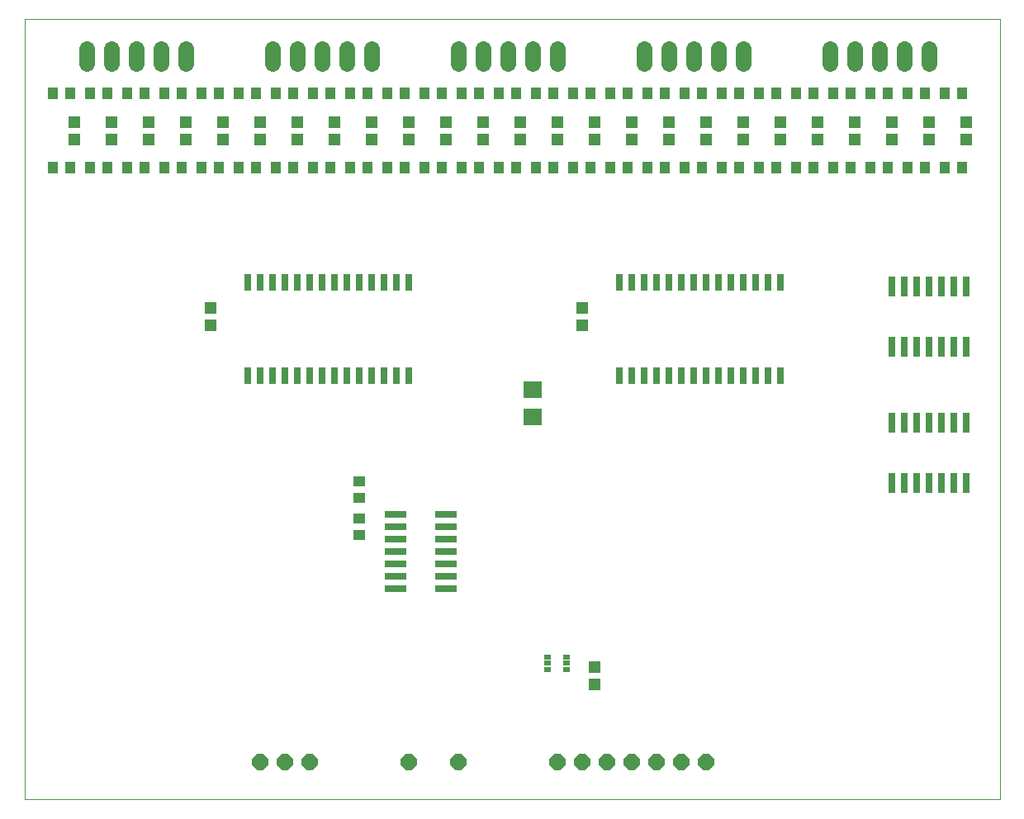
<source format=gts>
G75*
%MOIN*%
%OFA0B0*%
%FSLAX25Y25*%
%IPPOS*%
%LPD*%
%AMOC8*
5,1,8,0,0,1.08239X$1,22.5*
%
%ADD10C,0.00000*%
%ADD11R,0.04652X0.04534*%
%ADD12C,0.06400*%
%ADD13R,0.04337X0.04731*%
%ADD14OC8,0.06400*%
%ADD15R,0.02959X0.07093*%
%ADD16R,0.03000X0.08400*%
%ADD17R,0.07498X0.06699*%
%ADD18R,0.04731X0.04337*%
%ADD19R,0.09061X0.02762*%
%ADD20R,0.02762X0.01975*%
D10*
X0001000Y0001000D02*
X0001000Y0315961D01*
X0394701Y0315961D01*
X0394701Y0001000D01*
X0001000Y0001000D01*
D11*
X0231000Y0047555D03*
X0231000Y0054445D03*
X0226000Y0192555D03*
X0226000Y0199445D03*
X0231000Y0267555D03*
X0231000Y0274445D03*
X0216000Y0274445D03*
X0216000Y0267555D03*
X0201000Y0267555D03*
X0201000Y0274445D03*
X0186000Y0274445D03*
X0186000Y0267555D03*
X0171000Y0267555D03*
X0171000Y0274445D03*
X0156000Y0274445D03*
X0156000Y0267555D03*
X0141000Y0267555D03*
X0141000Y0274445D03*
X0126000Y0274445D03*
X0126000Y0267555D03*
X0111000Y0267555D03*
X0111000Y0274445D03*
X0096000Y0274445D03*
X0096000Y0267555D03*
X0081000Y0267555D03*
X0081000Y0274445D03*
X0066000Y0274445D03*
X0066000Y0267555D03*
X0051000Y0267555D03*
X0051000Y0274445D03*
X0036000Y0274445D03*
X0036000Y0267555D03*
X0021000Y0267555D03*
X0021000Y0274445D03*
X0076000Y0199445D03*
X0076000Y0192555D03*
X0246000Y0267555D03*
X0246000Y0274445D03*
X0261000Y0274445D03*
X0261000Y0267555D03*
X0276000Y0267555D03*
X0276000Y0274445D03*
X0291000Y0274445D03*
X0291000Y0267555D03*
X0306000Y0267555D03*
X0306000Y0274445D03*
X0321000Y0274445D03*
X0321000Y0267555D03*
X0336000Y0267555D03*
X0336000Y0274445D03*
X0351000Y0274445D03*
X0351000Y0267555D03*
X0366000Y0267555D03*
X0366000Y0274445D03*
X0381000Y0274445D03*
X0381000Y0267555D03*
D12*
X0366000Y0298000D02*
X0366000Y0304000D01*
X0356000Y0304000D02*
X0356000Y0298000D01*
X0346000Y0298000D02*
X0346000Y0304000D01*
X0336000Y0304000D02*
X0336000Y0298000D01*
X0326000Y0298000D02*
X0326000Y0304000D01*
X0291000Y0304000D02*
X0291000Y0298000D01*
X0281000Y0298000D02*
X0281000Y0304000D01*
X0271000Y0304000D02*
X0271000Y0298000D01*
X0261000Y0298000D02*
X0261000Y0304000D01*
X0251000Y0304000D02*
X0251000Y0298000D01*
X0216000Y0298000D02*
X0216000Y0304000D01*
X0206000Y0304000D02*
X0206000Y0298000D01*
X0196000Y0298000D02*
X0196000Y0304000D01*
X0186000Y0304000D02*
X0186000Y0298000D01*
X0176000Y0298000D02*
X0176000Y0304000D01*
X0141000Y0304000D02*
X0141000Y0298000D01*
X0131000Y0298000D02*
X0131000Y0304000D01*
X0121000Y0304000D02*
X0121000Y0298000D01*
X0111000Y0298000D02*
X0111000Y0304000D01*
X0101000Y0304000D02*
X0101000Y0298000D01*
X0066000Y0298000D02*
X0066000Y0304000D01*
X0056000Y0304000D02*
X0056000Y0298000D01*
X0046000Y0298000D02*
X0046000Y0304000D01*
X0036000Y0304000D02*
X0036000Y0298000D01*
X0026000Y0298000D02*
X0026000Y0304000D01*
D13*
X0027654Y0286000D03*
X0034346Y0286000D03*
X0042654Y0286000D03*
X0049346Y0286000D03*
X0057654Y0286000D03*
X0064346Y0286000D03*
X0072654Y0286000D03*
X0079346Y0286000D03*
X0087654Y0286000D03*
X0094346Y0286000D03*
X0102654Y0286000D03*
X0109346Y0286000D03*
X0117654Y0286000D03*
X0124346Y0286000D03*
X0132654Y0286000D03*
X0139346Y0286000D03*
X0147654Y0286000D03*
X0154346Y0286000D03*
X0162654Y0286000D03*
X0169346Y0286000D03*
X0177654Y0286000D03*
X0184346Y0286000D03*
X0192654Y0286000D03*
X0199346Y0286000D03*
X0207654Y0286000D03*
X0214346Y0286000D03*
X0222654Y0286000D03*
X0229346Y0286000D03*
X0237654Y0286000D03*
X0244346Y0286000D03*
X0252654Y0286000D03*
X0259346Y0286000D03*
X0267654Y0286000D03*
X0274346Y0286000D03*
X0282654Y0286000D03*
X0289346Y0286000D03*
X0297654Y0286000D03*
X0304346Y0286000D03*
X0312654Y0286000D03*
X0319346Y0286000D03*
X0327654Y0286000D03*
X0334346Y0286000D03*
X0342654Y0286000D03*
X0349346Y0286000D03*
X0357654Y0286000D03*
X0364346Y0286000D03*
X0372654Y0286000D03*
X0379346Y0286000D03*
X0379346Y0256000D03*
X0372654Y0256000D03*
X0364346Y0256000D03*
X0357654Y0256000D03*
X0349346Y0256000D03*
X0342654Y0256000D03*
X0334346Y0256000D03*
X0327654Y0256000D03*
X0319346Y0256000D03*
X0312654Y0256000D03*
X0304346Y0256000D03*
X0297654Y0256000D03*
X0289346Y0256000D03*
X0282654Y0256000D03*
X0274346Y0256000D03*
X0267654Y0256000D03*
X0259346Y0256000D03*
X0252654Y0256000D03*
X0244346Y0256000D03*
X0237654Y0256000D03*
X0229346Y0256000D03*
X0222654Y0256000D03*
X0214346Y0256000D03*
X0207654Y0256000D03*
X0199346Y0256000D03*
X0192654Y0256000D03*
X0184346Y0256000D03*
X0177654Y0256000D03*
X0169346Y0256000D03*
X0162654Y0256000D03*
X0154346Y0256000D03*
X0147654Y0256000D03*
X0139346Y0256000D03*
X0132654Y0256000D03*
X0124346Y0256000D03*
X0117654Y0256000D03*
X0109346Y0256000D03*
X0102654Y0256000D03*
X0094346Y0256000D03*
X0087654Y0256000D03*
X0079346Y0256000D03*
X0072654Y0256000D03*
X0064346Y0256000D03*
X0057654Y0256000D03*
X0049346Y0256000D03*
X0042654Y0256000D03*
X0034346Y0256000D03*
X0027654Y0256000D03*
X0019346Y0256000D03*
X0012654Y0256000D03*
X0012654Y0286000D03*
X0019346Y0286000D03*
D14*
X0096000Y0016000D03*
X0106000Y0016000D03*
X0116000Y0016000D03*
X0156000Y0016000D03*
X0176000Y0016000D03*
X0216000Y0016000D03*
X0226000Y0016000D03*
X0236000Y0016000D03*
X0246000Y0016000D03*
X0256000Y0016000D03*
X0266000Y0016000D03*
X0276000Y0016000D03*
D15*
X0276000Y0172181D03*
X0271000Y0172181D03*
X0266000Y0172181D03*
X0261000Y0172181D03*
X0256000Y0172181D03*
X0251000Y0172181D03*
X0246000Y0172181D03*
X0241000Y0172181D03*
X0281000Y0172181D03*
X0286000Y0172181D03*
X0291000Y0172181D03*
X0296000Y0172181D03*
X0301000Y0172181D03*
X0306000Y0172181D03*
X0306000Y0209819D03*
X0301000Y0209819D03*
X0296000Y0209819D03*
X0291000Y0209819D03*
X0286000Y0209819D03*
X0281000Y0209819D03*
X0276000Y0209819D03*
X0271000Y0209819D03*
X0266000Y0209819D03*
X0261000Y0209819D03*
X0256000Y0209819D03*
X0251000Y0209819D03*
X0246000Y0209819D03*
X0241000Y0209819D03*
X0156000Y0209819D03*
X0151000Y0209819D03*
X0146000Y0209819D03*
X0141000Y0209819D03*
X0136000Y0209819D03*
X0131000Y0209819D03*
X0126000Y0209819D03*
X0121000Y0209819D03*
X0116000Y0209819D03*
X0111000Y0209819D03*
X0106000Y0209819D03*
X0101000Y0209819D03*
X0096000Y0209819D03*
X0091000Y0209819D03*
X0091000Y0172181D03*
X0096000Y0172181D03*
X0101000Y0172181D03*
X0106000Y0172181D03*
X0111000Y0172181D03*
X0116000Y0172181D03*
X0121000Y0172181D03*
X0126000Y0172181D03*
X0131000Y0172181D03*
X0136000Y0172181D03*
X0141000Y0172181D03*
X0146000Y0172181D03*
X0151000Y0172181D03*
X0156000Y0172181D03*
D16*
X0351000Y0183900D03*
X0356000Y0183900D03*
X0361000Y0183900D03*
X0366000Y0183900D03*
X0371000Y0183900D03*
X0376000Y0183900D03*
X0381000Y0183900D03*
X0381000Y0208100D03*
X0376000Y0208100D03*
X0371000Y0208100D03*
X0366000Y0208100D03*
X0361000Y0208100D03*
X0356000Y0208100D03*
X0351000Y0208100D03*
X0351000Y0153100D03*
X0356000Y0153100D03*
X0361000Y0153100D03*
X0366000Y0153100D03*
X0371000Y0153100D03*
X0376000Y0153100D03*
X0381000Y0153100D03*
X0381000Y0128900D03*
X0376000Y0128900D03*
X0371000Y0128900D03*
X0366000Y0128900D03*
X0361000Y0128900D03*
X0356000Y0128900D03*
X0351000Y0128900D03*
D17*
X0206000Y0155402D03*
X0206000Y0166598D03*
D18*
X0136000Y0129346D03*
X0136000Y0122654D03*
X0136000Y0114346D03*
X0136000Y0107654D03*
D19*
X0150764Y0106000D03*
X0150764Y0101000D03*
X0150764Y0096000D03*
X0150764Y0091000D03*
X0150764Y0086000D03*
X0171236Y0086000D03*
X0171236Y0091000D03*
X0171236Y0096000D03*
X0171236Y0101000D03*
X0171236Y0106000D03*
X0171236Y0111000D03*
X0171236Y0116000D03*
X0150764Y0116000D03*
X0150764Y0111000D03*
D20*
X0212260Y0058559D03*
X0212260Y0056000D03*
X0212260Y0053441D03*
X0219740Y0053441D03*
X0219740Y0056000D03*
X0219740Y0058559D03*
M02*

</source>
